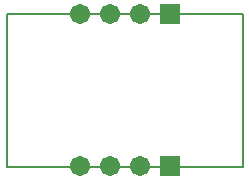
<source format=gbs>
%FSLAX25Y25*%
%MOIN*%
G70*
G01*
G75*
G04 Layer_Color=16711935*
%ADD10R,0.02756X0.03347*%
%ADD11R,0.03347X0.02756*%
%ADD12O,0.03543X0.01969*%
%ADD13O,0.03543X0.01969*%
%ADD14R,0.03543X0.01969*%
%ADD15R,0.02362X0.02362*%
%ADD16R,0.02200X0.01378*%
%ADD17O,0.01102X0.03937*%
%ADD18O,0.03937X0.01102*%
%ADD19R,0.05906X0.05906*%
%ADD20R,0.02362X0.02362*%
%ADD21O,0.02400X0.00800*%
%ADD22O,0.00800X0.02400*%
%ADD23O,0.02756X0.00787*%
%ADD24O,0.00787X0.02756*%
%ADD25C,0.00600*%
%ADD26C,0.01000*%
%ADD27C,0.02000*%
%ADD28C,0.00800*%
%ADD29C,0.01500*%
%ADD30C,0.00500*%
%ADD31C,0.05906*%
%ADD32C,0.02000*%
%ADD33C,0.00787*%
%ADD34C,0.00984*%
%ADD35R,0.03556X0.04147*%
%ADD36R,0.04147X0.03556*%
%ADD37O,0.04343X0.02769*%
%ADD38O,0.04343X0.02769*%
%ADD39R,0.04343X0.02769*%
%ADD40R,0.03162X0.03162*%
%ADD41R,0.03000X0.02178*%
%ADD42O,0.01902X0.04737*%
%ADD43O,0.04737X0.01902*%
%ADD44R,0.06706X0.06706*%
%ADD45R,0.03162X0.03162*%
%ADD46O,0.03200X0.01600*%
%ADD47O,0.01600X0.03200*%
%ADD48O,0.03556X0.01587*%
%ADD49O,0.01587X0.03556*%
%ADD50C,0.06706*%
D30*
X0Y-51181D02*
Y0D01*
Y-51181D02*
X78740D01*
Y0D01*
X0D02*
X78740D01*
D44*
X54370Y-200D02*
D03*
Y-50681D02*
D03*
D50*
X24370Y-200D02*
D03*
X34370D02*
D03*
X44370D02*
D03*
X24370Y-50681D02*
D03*
X34370D02*
D03*
X44370D02*
D03*
M02*

</source>
